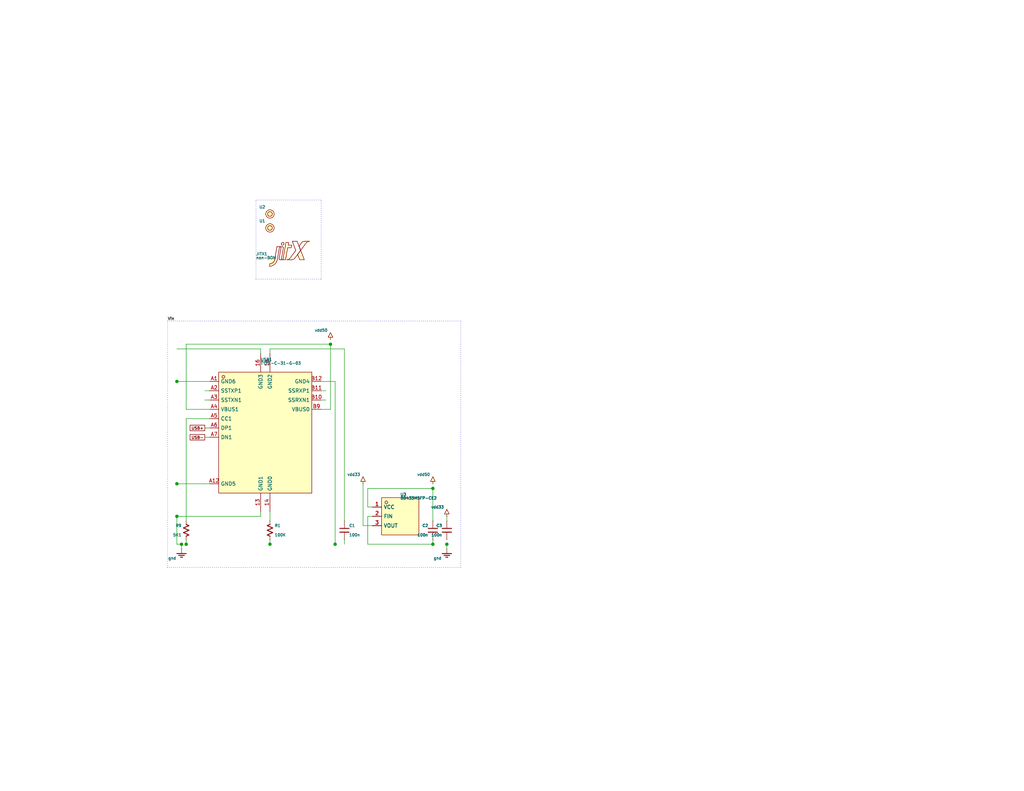
<source format=kicad_sch>
(kicad_sch (version 20230121) (generator jitx)
  (paper "A")
  (lib_symbols
    (symbol "vdd50" (power)
      (property "Reference" "#PWR" (at 35.0 60.0 0.0))
      (property "Value" "vdd50" (at -2.54 2.54 0.0))
      (symbol "vdd50_1_0"
        (pin power_in line (at 0.0 0.0 90) (length 0.0) (name "vdd50") (number "~"))
      )
    )
    (symbol "gnd" (power)
      (property "Reference" "#PWR" (at 35.0 60.0 0.0))
      (property "Value" "gnd" (at -2.54 -2.54 0.0))
      (symbol "gnd_1_0"
        (pin power_in line (at 0.0 0.0 270) (length 0.0) (name "gnd") (number "~"))
      )
    )
    (symbol "vdd33" (power)
      (property "Reference" "#PWR" (at 35.0 60.0 0.0))
      (property "Value" "vdd33" (at -2.54 2.54 0.0))
      (symbol "vdd33_1_0"
        (pin power_in line (at 0.0 0.0 90) (length 0.0) (name "vdd33") (number "~"))
      )
    )
    (symbol "test_point_sym"
      (property "Reference" "U" (at -2.54 1.905 0.0))
      (symbol "test_point_sym_1_0"
        (pin unspecified line (at 2.54 0.0 180) (length 0.0) (name "p") (number "~"))
      )
    )
    (symbol "unplated_hole_sym"
      (property "Reference" "U" (at -2.54 1.905 0.0))
    )
    (symbol "BD433M5FP_CE2"
      (property "Reference" "U" (at 0.0 5.54000508001016 0.0))
      (property "Value" "BD433M5FP_CE2" (at 0.0 4.54000508001016 0.0))
      (symbol "BD433M5FP_CE2_1_0"
        (pin unspecified line (at -7.62 2.54 0) (length 2.54000508001016) (name "VCC") (number "~"))
        (pin unspecified line (at -7.62 0.0 0) (length 2.54000508001016) (name "FIN") (number "~"))
        (pin unspecified line (at -7.62 -2.54 0) (length 2.54000508001016) (name "VOUT") (number "~"))
      )
    )
    (symbol "ALTIUM_POWER_ARROW"
      (property "Value" "ALTIUM_POWER_ARROW" (at 2.54 -0.508 0.0))
      (symbol "ALTIUM_POWER_ARROW_1_0"
        (pin unspecified line (at 0.0 0.0 0) (length 0.0) (name "0") (number "~"))
      )
    )
    (symbol "TYPE_C_31_G_03"
      (property "Reference" "U" (at 0.0 18.240030480061 0.0))
      (property "Value" "TYPE_C_31_G_03" (at 0.0 17.240030480061 0.0))
      (symbol "TYPE_C_31_G_03_1_0"
        (pin unspecified line (at 2.54 -22.86 90) (length 5.08001016002032) (name "GND0") (number "~"))
        (pin unspecified line (at 0.0 -22.86 90) (length 5.08001016002032) (name "GND1") (number "~"))
        (pin unspecified line (at 2.54 20.32 270) (length 5.08001016002032) (name "GND2") (number "~"))
        (pin unspecified line (at 0.0 20.32 270) (length 5.08001016002032) (name "GND3") (number "~"))
        (pin unspecified line (at 16.51 12.7 180) (length 2.54000508001016) (name "GND4") (number "~"))
        (pin unspecified line (at 16.51 10.16 180) (length 2.54000508001016) (name "SSRXP1") (number "~"))
        (pin unspecified line (at 16.51 7.62 180) (length 2.54000508001016) (name "SSRXN1") (number "~"))
        (pin unspecified line (at 16.51 5.08 180) (length 2.54000508001016) (name "VBUS0") (number "~"))
        (pin unspecified line (at -13.97 -15.24 0) (length 2.54000508001016) (name "GND5") (number "~"))
        (pin unspecified line (at -13.97 -2.54 0) (length 2.54000508001016) (name "DN1") (number "~"))
        (pin unspecified line (at -13.97 0.0 0) (length 2.54000508001016) (name "DP1") (number "~"))
        (pin unspecified line (at -13.97 2.54 0) (length 2.54000508001016) (name "CC1") (number "~"))
        (pin unspecified line (at -13.97 5.08 0) (length 2.54000508001016) (name "VBUS1") (number "~"))
        (pin unspecified line (at -13.97 7.62 0) (length 2.54000508001016) (name "SSTXN1") (number "~"))
        (pin unspecified line (at -13.97 10.16 0) (length 2.54000508001016) (name "SSTXP1") (number "~"))
        (pin unspecified line (at -13.97 12.7 0) (length 2.54000508001016) (name "GND6") (number "~"))
      )
    )
    (symbol "JITX_symbol"
      (property "Reference" "U" (at -2.54 3.902 0.0))
      (property "Value" "JITX_symbol" (at -2.54 2.84 0.0))
    )
    (symbol "ALTIUM_POWER_GND_POWER"
      (property "Value" "ALTIUM_POWER_GND_POWER" (at 2.54 -1.016 0.0))
      (symbol "ALTIUM_POWER_GND_POWER_1_0"
        (pin unspecified line (at 0.0 0.0 0) (length 0.0) (name "0") (number "~"))
      )
    )
    (symbol "SD_101"
      (property "Reference" "U" (at 0.0 20.7800355600711 0.0))
      (property "Value" "SD_101" (at 0.0 19.7800355600711 0.0))
      (symbol "SD_101_1_0"
        (pin unspecified line (at -16.51 17.78 0) (length 2.54000508001016) (name "CD_DAT3") (number "~"))
        (pin unspecified line (at -16.51 15.24 0) (length 2.54000508001016) (name "CMD") (number "~"))
        (pin unspecified line (at -16.51 12.7 0) (length 2.54000508001016) (name "VSS1") (number "~"))
        (pin unspecified line (at -16.51 10.16 0) (length 2.54000508001016) (name "VDD") (number "~"))
        (pin unspecified line (at -16.51 7.62 0) (length 2.54000508001016) (name "CLK") (number "~"))
        (pin unspecified line (at -16.51 5.08 0) (length 2.54000508001016) (name "VSS2") (number "~"))
        (pin unspecified line (at -16.51 2.54 0) (length 2.54000508001016) (name "DAT0") (number "~"))
        (pin unspecified line (at -16.51 0.0 0) (length 2.54000508001016) (name "DAT1") (number "~"))
        (pin unspecified line (at -16.51 -2.54 0) (length 2.54000508001016) (name "DAT2") (number "~"))
        (pin unspecified line (at -16.51 -5.08 0) (length 2.54000508001016) (name "CD") (number "~"))
        (pin unspecified line (at -16.51 -7.62 0) (length 2.54000508001016) (name "WP") (number "~"))
        (pin unspecified line (at -16.51 -10.16 0) (length 2.54000508001016) (name "SHELL0") (number "~"))
        (pin unspecified line (at -16.51 -12.7 0) (length 2.54000508001016) (name "SHELL1") (number "~"))
        (pin unspecified line (at -16.51 -15.24 0) (length 2.54000508001016) (name "SHELL2") (number "~"))
        (pin unspecified line (at -16.51 -17.78 0) (length 2.54000508001016) (name "SHELL3") (number "~"))
      )
    )
    (symbol "M24C04_WMN6TP"
      (property "Reference" "U" (at 0.0 6.81000762001524 0.0))
      (property "Value" "M24C04_WMN6TP" (at 0.0 5.81000762001524 0.0))
      (symbol "M24C04_WMN6TP_1_0"
        (pin unspecified line (at -10.16 3.81 0) (length 2.54000508001016) (name "NC") (number "~"))
        (pin unspecified line (at -10.16 1.27 0) (length 2.54000508001016) (name "E1") (number "~"))
        (pin unspecified line (at -10.16 -1.27 0) (length 2.54000508001016) (name "E2") (number "~"))
        (pin unspecified line (at -10.16 -3.81 0) (length 2.54000508001016) (name "VSS") (number "~"))
        (pin unspecified line (at 10.16 -3.81 180) (length 2.54000508001016) (name "SDA") (number "~"))
        (pin unspecified line (at 10.16 -1.27 180) (length 2.54000508001016) (name "SCL") (number "~"))
        (pin unspecified line (at 10.16 1.27 180) (length 2.54000508001016) (name "WC_NOT") (number "~"))
        (pin unspecified line (at 10.16 3.81 180) (length 2.54000508001016) (name "VCC") (number "~"))
      )
    )
    (symbol "Sym7B024000Q01"
      (property "Reference" "U" (at 0.0 5.54000508001016 0.0))
      (property "Value" "Sym7B024000Q01" (at 0.0 4.54000508001016 0.0))
      (symbol "Sym7B024000Q01_1_0"
        (pin unspecified line (at 7.62 -2.54 180) (length 2.54000508001016) (name "GND0") (number "~"))
        (pin unspecified line (at -7.62 2.54 0) (length 2.54000508001016) (name "GND1") (number "~"))
        (pin unspecified line (at 7.62 2.54 180) (length 2.54000508001016) (name "OUT") (number "~"))
        (pin unspecified line (at -7.62 -2.54 0) (length 2.54000508001016) (name "IN") (number "~"))
      )
    )
    (symbol "diode_sym"
      (property "Reference" "U" (at 2.54 1.27 0.0))
      (property "Value" "diode_sym" (at 2.54 -1.27 0.0))
      (symbol "diode_sym_1_0"
        (pin unspecified line (at 0.0 2.54 270) (length 0.0) (name "a") (number "~"))
        (pin unspecified line (at 0.0 -2.54 90) (length 0.0) (name "c") (number "~"))
      )
    )
    (symbol "supply_sym"
      (property "Value" "supply_sym" (at -2.54 2.54 0.0))
      (symbol "supply_sym_1_0"
        (pin unspecified line (at 0.0 0.0 90) (length 0.0) (name "0") (number "~"))
      )
    )
    (symbol "ground_sym"
      (property "Value" "ground_sym" (at -2.54 -2.54 0.0))
      (symbol "ground_sym_1_0"
        (pin unspecified line (at 0.0 0.0 270) (length 0.0) (name "0") (number "~"))
      )
    )
    (symbol ""
      (property "Reference" "U" (at 2.54 1.27 0.0))
      (symbol "_1_0"
        (pin unspecified line (at 0.0 2.54 270) (length 0.0) (name "1") (number "~"))
        (pin unspecified line (at 0.0 -2.54 90) (length 0.0) (name "2") (number "~"))
        (text "" (at 0.0 0.0 0) (effects (font (size 0 0))))
        (text "" (at 0.0 0.0 0) (effects (font (size 0 0))))
      )
    )
    (symbol "capacitor_sym"
      (property "Reference" "U" (at 1.27 1.27 0.0))
      (property "Value" "capacitor_sym" (at 1.27 -1.27 0.0))
      (symbol "capacitor_sym_1_0"
        (pin unspecified line (at 0.0 2.54 270) (length 0.0) (name "1") (number "~"))
        (pin unspecified line (at 0.0 -2.54 90) (length 0.0) (name "2") (number "~"))
      )
    )
    (symbol "USB2240_AEZG_06"
      (property "Reference" "U" (at 0.0 25.8600457200914 0.0))
      (property "Value" "USB2240_AEZG_06" (at 0.0 24.8600457200914 0.0))
      (symbol "USB2240_AEZG_06_1_0"
        (pin unspecified line (at -39.37 20.32 0) (length 2.54000508001016) (name "LED") (number "~"))
        (pin unspecified line (at -39.37 17.78 0) (length 2.54000508001016) (name "USB+") (number "~"))
        (pin unspecified line (at -39.37 15.24 0) (length 2.54000508001016) (name "USB-") (number "~"))
        (pin unspecified line (at -39.37 12.7 0) (length 2.54000508001016) (name "xD_D3_SD_D1_MS_D5") (number "~"))
        (pin unspecified line (at -39.37 10.16 0) (length 2.54000508001016) (name "xD_D2_SD_D0_MS_D4") (number "~"))
        (pin unspecified line (at -39.37 7.62 0) (length 2.54000508001016) (name "VDD330") (number "~"))
        (pin unspecified line (at -39.37 5.08 0) (length 2.54000508001016) (name "xD_D1_SD_D7_MS_D6") (number "~"))
        (pin unspecified line (at -39.37 2.54 0) (length 2.54000508001016) (name "xD_D0_SD_D6_MS_D7") (number "~"))
        (pin unspecified line (at -39.37 0.0 0) (length 2.54000508001016) (name "xD_nWP_SD_CLK_MS_BS") (number "~"))
        (pin unspecified line (at -39.37 -2.54 0) (length 2.54000508001016) (name "xD_ALE_SD_D5_MS_D1") (number "~"))
        (pin unspecified line (at -39.37 -5.08 0) (length 2.54000508001016) (name "xD_CLE_SD_CMD_MS_D0") (number "~"))
        (pin unspecified line (at -39.37 -7.62 0) (length 2.54000508001016) (name "xD_nWE") (number "~"))
        (pin unspecified line (at -39.37 -10.16 0) (length 2.54000508001016) (name "VDD18") (number "~"))
        (pin unspecified line (at -39.37 -12.7 0) (length 2.54000508001016) (name "VDD331") (number "~"))
        (pin unspecified line (at -39.37 -15.24 0) (length 2.54000508001016) (name "xD_nCE") (number "~"))
        (pin unspecified line (at -39.37 -17.78 0) (length 2.54000508001016) (name "xD_nRE") (number "~"))
        (pin unspecified line (at -39.37 -20.32 0) (length 2.54000508001016) (name "xD_nB_R") (number "~"))
        (pin unspecified line (at -39.37 -22.86 0) (length 2.54000508001016) (name "RESET_N") (number "~"))
        (pin unspecified line (at 39.37 -22.86 180) (length 2.54000508001016) (name "xD_nCD") (number "~"))
        (pin unspecified line (at 39.37 -20.32 180) (length 2.54000508001016) (name "xD_D7_SD_D4_MS_D2") (number "~"))
        (pin unspecified line (at 39.37 -17.78 180) (length 2.54000508001016) (name "CRD_PWR") (number "~"))
        (pin unspecified line (at 39.37 -15.24 180) (length 2.54000508001016) (name "VDD332") (number "~"))
        (pin unspecified line (at 39.37 -12.7 180) (length 2.54000508001016) (name "xD_D6_SD_D3_MS_D3") (number "~"))
        (pin unspecified line (at 39.37 -10.16 180) (length 2.54000508001016) (name "MS_INS") (number "~"))
        (pin unspecified line (at 39.37 -7.62 180) (length 2.54000508001016) (name "xD_D5_SD_D2") (number "~"))
        (pin unspecified line (at 39.37 -5.08 180) (length 2.54000508001016) (name "SD_nCD") (number "~"))
        (pin unspecified line (at 39.37 -2.54 180) (length 2.54000508001016) (name "RXD_SDA") (number "~"))
        (pin unspecified line (at 39.37 0.0 180) (length 2.54000508001016) (name "TEST") (number "~"))
        (pin unspecified line (at 39.37 2.54 180) (length 2.54000508001016) (name "NC") (number "~"))
        (pin unspecified line (at 39.37 5.08 180) (length 2.54000508001016) (name "xD_D4_SD_WP_MS_SCLK") (number "~"))
        (pin unspecified line (at 39.37 7.62 180) (length 2.54000508001016) (name "TXD_SCK_MS_SKT_SEL") (number "~"))
        (pin unspecified line (at 39.37 10.16 180) (length 2.54000508001016) (name "XTAL2") (number "~"))
        (pin unspecified line (at 39.37 12.7 180) (length 2.54000508001016) (name "XTAL1_CLKIN") (number "~"))
        (pin unspecified line (at 39.37 15.24 180) (length 2.54000508001016) (name "VDD18PLL") (number "~"))
        (pin unspecified line (at 39.37 17.78 180) (length 2.54000508001016) (name "RBIAS") (number "~"))
        (pin unspecified line (at 39.37 20.32 180) (length 2.54000508001016) (name "VDDA33") (number "~"))
        (pin unspecified line (at 39.37 22.86 180) (length 2.54000508001016) (name "GND") (number "~"))
      )
    )
    (symbol "resistor_sym"
      (property "Reference" "U" (at 1.27 1.27 0.0))
      (property "Value" "resistor_sym" (at 1.27 -1.27 0.0))
      (symbol "resistor_sym_1_0"
        (pin unspecified line (at 0.0 -2.54 90) (length 0.0) (name "1") (number "~"))
        (pin unspecified line (at 0.0 2.54 270) (length 0.0) (name "2") (number "~"))
      )
    )
    (symbol "my_capacitor"
      (property "Reference" "C" (at 1.27 1.27 0.0))
      (property "Value" "my_capacitor" (at 1.27 -1.27 0.0))
      (symbol "my_capacitor_1_0"
        (pin unspecified line (at 0.0 2.54 270) (length 0.0) (name "1") (number "1"))
        (pin unspecified line (at 0.0 -2.54 90) (length 0.0) (name "2") (number "2"))
      )
    )
    (symbol "gen_testpad"
      (property "Reference" "U" (at -2.54 1.905 0.0))
      (symbol "gen_testpad_1_0"
        (pin unspecified line (at 2.54 0.0 180) (length 0.0) (name "p") (number "tp"))
      )
    )
    (symbol "JITX"
      (property "Reference" "JITX" (at -2.54 3.902 0.0))
      (property "Value" "JITX" (at -2.54 2.84 0.0))
    )
    (symbol "my_capacitor_1"
      (property "Reference" "C" (at 1.27 1.27 0.0))
      (property "Value" "my_capacitor_1" (at 1.27 -1.27 0.0))
      (symbol "my_capacitor_1_1_0"
        (pin unspecified line (at 0.0 2.54 270) (length 0.0) (name "1") (number "1"))
        (pin unspecified line (at 0.0 -2.54 90) (length 0.0) (name "2") (number "2"))
      )
    )
    (symbol "my_capacitor_2"
      (property "Reference" "C" (at 1.27 1.27 0.0))
      (property "Value" "my_capacitor_2" (at 1.27 -1.27 0.0))
      (symbol "my_capacitor_2_1_0"
        (pin unspecified line (at 0.0 2.54 270) (length 0.0) (name "1") (number "1"))
        (pin unspecified line (at 0.0 -2.54 90) (length 0.0) (name "2") (number "2"))
      )
    )
    (symbol "C118280"
      (property "Reference" "U" (at 0.0 6.81000762001524 0.0))
      (property "Value" "C118280" (at 0.0 5.81000762001524 0.0))
      (symbol "C118280_1_0"
        (pin unspecified line (at -10.16 3.81 0) (length 2.54000508001016) (name "NC") (number "1"))
        (pin unspecified line (at -10.16 1.27 0) (length 2.54000508001016) (name "E1") (number "2"))
        (pin unspecified line (at -10.16 -1.27 0) (length 2.54000508001016) (name "E2") (number "3"))
        (pin unspecified line (at -10.16 -3.81 0) (length 2.54000508001016) (name "VSS") (number "4"))
        (pin unspecified line (at 10.16 -3.81 180) (length 2.54000508001016) (name "SDA") (number "5"))
        (pin unspecified line (at 10.16 -1.27 180) (length 2.54000508001016) (name "SCL") (number "6"))
        (pin unspecified line (at 10.16 1.27 180) (length 2.54000508001016) (name "WC_NOT") (number "7"))
        (pin unspecified line (at 10.16 3.81 180) (length 2.54000508001016) (name "VCC") (number "8"))
      )
    )
    (symbol "my_capacitor_3"
      (property "Reference" "C" (at 1.27 1.27 0.0))
      (property "Value" "my_capacitor_3" (at 1.27 -1.27 0.0))
      (symbol "my_capacitor_3_1_0"
        (pin unspecified line (at 0.0 2.54 270) (length 0.0) (name "1") (number "1"))
        (pin unspecified line (at 0.0 -2.54 90) (length 0.0) (name "2") (number "2"))
      )
    )
    (symbol "C442601"
      (property "Reference" "U" (at 0.0 5.54000508001016 0.0))
      (property "Value" "C442601" (at 0.0 4.54000508001016 0.0))
      (symbol "C442601_1_0"
        (pin unspecified line (at -7.62 2.54 0) (length 2.54000508001016) (name "VCC") (number "1"))
        (pin unspecified line (at -7.62 0.0 0) (length 2.54000508001016) (name "FIN") (number "2"))
        (pin unspecified line (at -7.62 -2.54 0) (length 2.54000508001016) (name "VOUT") (number "3"))
      )
    )
    (symbol "my_resistor"
      (property "Reference" "R" (at 1.27 1.27 0.0))
      (property "Value" "my_resistor" (at 1.27 -1.27 0.0))
      (symbol "my_resistor_1_0"
        (pin unspecified line (at 0.0 -2.54 90) (length 0.0) (name "1") (number "1"))
        (pin unspecified line (at 0.0 2.54 270) (length 0.0) (name "2") (number "2"))
      )
    )
    (symbol "LED_maker_ROYGBIV"
      (property "Reference" "LED" (at 2.54 1.27 0.0))
      (property "Value" "LED_maker_ROYGBIV" (at 2.54 -1.27 0.0))
      (symbol "LED_maker_ROYGBIV_1_0"
        (pin unspecified line (at 0.0 2.54 270) (length 0.0) (name "a") (number "1"))
        (pin unspecified line (at 0.0 -2.54 90) (length 0.0) (name "c") (number "2"))
      )
    )
    (symbol "my_capacitor_4"
      (property "Reference" "C" (at 1.27 1.27 0.0))
      (property "Value" "my_capacitor_4" (at 1.27 -1.27 0.0))
      (symbol "my_capacitor_4_1_0"
        (pin unspecified line (at 0.0 2.54 270) (length 0.0) (name "1") (number "1"))
        (pin unspecified line (at 0.0 -2.54 90) (length 0.0) (name "2") (number "2"))
      )
    )
    (symbol "my_resistor_1"
      (property "Reference" "R" (at 1.27 1.27 0.0))
      (property "Value" "my_resistor_1" (at 1.27 -1.27 0.0))
      (symbol "my_resistor_1_1_0"
        (pin unspecified line (at 0.0 -2.54 90) (length 0.0) (name "1") (number "1"))
        (pin unspecified line (at 0.0 2.54 270) (length 0.0) (name "2") (number "2"))
      )
    )
    (symbol "my_capacitor_5"
      (property "Reference" "C" (at 1.27 1.27 0.0))
      (property "Value" "my_capacitor_5" (at 1.27 -1.27 0.0))
      (symbol "my_capacitor_5_1_0"
        (pin unspecified line (at 0.0 2.54 270) (length 0.0) (name "1") (number "1"))
        (pin unspecified line (at 0.0 -2.54 90) (length 0.0) (name "2") (number "2"))
      )
    )
    (symbol "C654991"
      (property "Reference" "X" (at 0.0 5.54000508001016 0.0))
      (property "Value" "C654991" (at 0.0 4.54000508001016 0.0))
      (symbol "C654991_1_0"
        (pin unspecified line (at 7.62 -2.54 180) (length 2.54000508001016) (name "GND0") (number "2"))
        (pin unspecified line (at -7.62 2.54 0) (length 2.54000508001016) (name "GND1") (number "4"))
        (pin unspecified line (at 7.62 2.54 180) (length 2.54000508001016) (name "OUT") (number "3"))
        (pin unspecified line (at -7.62 -2.54 0) (length 2.54000508001016) (name "IN") (number "1"))
      )
    )
    (symbol "C840338"
      (property "Reference" "USB" (at 0.0 18.240030480061 0.0))
      (property "Value" "C840338" (at 0.0 17.240030480061 0.0))
      (symbol "C840338_1_0"
        (pin unspecified line (at 2.54 -22.86 90) (length 5.08001016002032) (name "GND0") (number "14"))
        (pin unspecified line (at 0.0 -22.86 90) (length 5.08001016002032) (name "GND1") (number "13"))
        (pin unspecified line (at 2.54 20.32 270) (length 5.08001016002032) (name "GND2") (number "15"))
        (pin unspecified line (at 0.0 20.32 270) (length 5.08001016002032) (name "GND3") (number "16"))
        (pin unspecified line (at 16.51 12.7 180) (length 2.54000508001016) (name "GND4") (number "B12"))
        (pin unspecified line (at 16.51 10.16 180) (length 2.54000508001016) (name "SSRXP1") (number "B11"))
        (pin unspecified line (at 16.51 7.62 180) (length 2.54000508001016) (name "SSRXN1") (number "B10"))
        (pin unspecified line (at 16.51 5.08 180) (length 2.54000508001016) (name "VBUS0") (number "B9"))
        (pin unspecified line (at -13.97 -15.24 0) (length 2.54000508001016) (name "GND5") (number "A12"))
        (pin unspecified line (at -13.97 -2.54 0) (length 2.54000508001016) (name "DN1") (number "A7"))
        (pin unspecified line (at -13.97 0.0 0) (length 2.54000508001016) (name "DP1") (number "A6"))
        (pin unspecified line (at -13.97 2.54 0) (length 2.54000508001016) (name "CC1") (number "A5"))
        (pin unspecified line (at -13.97 5.08 0) (length 2.54000508001016) (name "VBUS1") (number "A4"))
        (pin unspecified line (at -13.97 7.62 0) (length 2.54000508001016) (name "SSTXN1") (number "A3"))
        (pin unspecified line (at -13.97 10.16 0) (length 2.54000508001016) (name "SSTXP1") (number "A2"))
        (pin unspecified line (at -13.97 12.7 0) (length 2.54000508001016) (name "GND6") (number "A1"))
      )
    )
    (symbol "my_capacitor_6"
      (property "Reference" "C" (at 1.27 1.27 0.0))
      (property "Value" "my_capacitor_6" (at 1.27 -1.27 0.0))
      (symbol "my_capacitor_6_1_0"
        (pin unspecified line (at 0.0 2.54 270) (length 0.0) (name "1") (number "1"))
        (pin unspecified line (at 0.0 -2.54 90) (length 0.0) (name "2") (number "2"))
      )
    )
    (symbol "C266601"
      (property "Reference" "Card" (at 0.0 20.7800355600711 0.0))
      (property "Value" "C266601" (at 0.0 19.7800355600711 0.0))
      (symbol "C266601_1_0"
        (pin unspecified line (at -16.51 17.78 0) (length 2.54000508001016) (name "CD_DAT3") (number "1"))
        (pin unspecified line (at -16.51 15.24 0) (length 2.54000508001016) (name "CMD") (number "2"))
        (pin unspecified line (at -16.51 12.7 0) (length 2.54000508001016) (name "VSS1") (number "3"))
        (pin unspecified line (at -16.51 10.16 0) (length 2.54000508001016) (name "VDD") (number "4"))
        (pin unspecified line (at -16.51 7.62 0) (length 2.54000508001016) (name "CLK") (number "5"))
        (pin unspecified line (at -16.51 5.08 0) (length 2.54000508001016) (name "VSS2") (number "6"))
        (pin unspecified line (at -16.51 2.54 0) (length 2.54000508001016) (name "DAT0") (number "7"))
        (pin unspecified line (at -16.51 0.0 0) (length 2.54000508001016) (name "DAT1") (number "8"))
        (pin unspecified line (at -16.51 -2.54 0) (length 2.54000508001016) (name "DAT2") (number "9"))
        (pin unspecified line (at -16.51 -5.08 0) (length 2.54000508001016) (name "CD") (number "10"))
        (pin unspecified line (at -16.51 -7.62 0) (length 2.54000508001016) (name "WP") (number "11"))
        (pin unspecified line (at -16.51 -10.16 0) (length 2.54000508001016) (name "SHELL0") (number "12"))
        (pin unspecified line (at -16.51 -12.7 0) (length 2.54000508001016) (name "SHELL1") (number "13"))
        (pin unspecified line (at -16.51 -15.24 0) (length 2.54000508001016) (name "SHELL2") (number "14"))
        (pin unspecified line (at -16.51 -17.78 0) (length 2.54000508001016) (name "SHELL3") (number "15"))
      )
    )
    (symbol "my_resistor_2"
      (property "Reference" "R" (at 1.27 1.27 0.0))
      (property "Value" "my_resistor_2" (at 1.27 -1.27 0.0))
      (symbol "my_resistor_2_1_0"
        (pin unspecified line (at 0.0 -2.54 90) (length 0.0) (name "1") (number "1"))
        (pin unspecified line (at 0.0 2.54 270) (length 0.0) (name "2") (number "2"))
      )
    )
    (symbol "C174142"
      (property "Reference" "R" (at 2.54 1.27 0.0))
      (property "Value" "C174142" (at 2.54 -1.27 0.0))
      (symbol "C174142_1_0"
        (pin unspecified line (at 0.0 2.54 270) (length 0.0) (name "1") (number "1"))
        (pin unspecified line (at 0.0 -2.54 90) (length 0.0) (name "2") (number "2"))
        (text "" (at 0.0 0.0 0) (effects (font (size 0 0))))
        (text "" (at 0.0 0.0 0) (effects (font (size 0 0))))
      )
    )
    (symbol "my_resistor_3"
      (property "Reference" "R" (at 1.27 1.27 0.0))
      (property "Value" "my_resistor_3" (at 1.27 -1.27 0.0))
      (symbol "my_resistor_3_1_0"
        (pin unspecified line (at 0.0 -2.54 90) (length 0.0) (name "1") (number "1"))
        (pin unspecified line (at 0.0 2.54 270) (length 0.0) (name "2") (number "2"))
      )
    )
    (symbol "my_capacitor_7"
      (property "Reference" "C" (at 1.27 1.27 0.0))
      (property "Value" "my_capacitor_7" (at 1.27 -1.27 0.0))
      (symbol "my_capacitor_7_1_0"
        (pin unspecified line (at 0.0 2.54 270) (length 0.0) (name "1") (number "1"))
        (pin unspecified line (at 0.0 -2.54 90) (length 0.0) (name "2") (number "2"))
      )
    )
    (symbol "my_capacitor_8"
      (property "Reference" "C" (at 1.27 1.27 0.0))
      (property "Value" "my_capacitor_8" (at 1.27 -1.27 0.0))
      (symbol "my_capacitor_8_1_0"
        (pin unspecified line (at 0.0 2.54 270) (length 0.0) (name "1") (number "1"))
        (pin unspecified line (at 0.0 -2.54 90) (length 0.0) (name "2") (number "2"))
      )
    )
    (symbol "my_resistor_4"
      (property "Reference" "R" (at 1.27 1.27 0.0))
      (property "Value" "my_resistor_4" (at 1.27 -1.27 0.0))
      (symbol "my_resistor_4_1_0"
        (pin unspecified line (at 0.0 -2.54 90) (length 0.0) (name "1") (number "1"))
        (pin unspecified line (at 0.0 2.54 270) (length 0.0) (name "2") (number "2"))
      )
    )
    (symbol "my_resistor_5"
      (property "Reference" "R" (at 1.27 1.27 0.0))
      (property "Value" "my_resistor_5" (at 1.27 -1.27 0.0))
      (symbol "my_resistor_5_1_0"
        (pin unspecified line (at 0.0 -2.54 90) (length 0.0) (name "1") (number "1"))
        (pin unspecified line (at 0.0 2.54 270) (length 0.0) (name "2") (number "2"))
      )
    )
    (symbol "C633328"
      (property "Reference" "U" (at 0.0 25.8600457200914 0.0))
      (property "Value" "C633328" (at 0.0 24.8600457200914 0.0))
      (symbol "C633328_1_0"
        (pin unspecified line (at -39.37 20.32 0) (length 2.54000508001016) (name "LED") (number "1"))
        (pin unspecified line (at -39.37 17.78 0) (length 2.54000508001016) (name "USB+") (number "2"))
        (pin unspecified line (at -39.37 15.24 0) (length 2.54000508001016) (name "USB-") (number "3"))
        (pin unspecified line (at -39.37 12.7 0) (length 2.54000508001016) (name "xD_D3_SD_D1_MS_D5") (number "4"))
        (pin unspecified line (at -39.37 10.16 0) (length 2.54000508001016) (name "xD_D2_SD_D0_MS_D4") (number "5"))
        (pin unspecified line (at -39.37 7.62 0) (length 2.54000508001016) (name "VDD330") (number "6"))
        (pin unspecified line (at -39.37 5.08 0) (length 2.54000508001016) (name "xD_D1_SD_D7_MS_D6") (number "7"))
        (pin unspecified line (at -39.37 2.54 0) (length 2.54000508001016) (name "xD_D0_SD_D6_MS_D7") (number "8"))
        (pin unspecified line (at -39.37 0.0 0) (length 2.54000508001016) (name "xD_nWP_SD_CLK_MS_BS") (number "9"))
        (pin unspecified line (at -39.37 -2.54 0) (length 2.54000508001016) (name "xD_ALE_SD_D5_MS_D1") (number "10"))
        (pin unspecified line (at -39.37 -5.08 0) (length 2.54000508001016) (name "xD_CLE_SD_CMD_MS_D0") (number "11"))
        (pin unspecified line (at -39.37 -7.62 0) (length 2.54000508001016) (name "xD_nWE") (number "12"))
        (pin unspecified line (at -39.37 -10.16 0) (length 2.54000508001016) (name "VDD18") (number "13"))
        (pin unspecified line (at -39.37 -12.7 0) (length 2.54000508001016) (name "VDD331") (number "14"))
        (pin unspecified line (at -39.37 -15.24 0) (length 2.54000508001016) (name "xD_nCE") (number "15"))
        (pin unspecified line (at -39.37 -17.78 0) (length 2.54000508001016) (name "xD_nRE") (number "16"))
        (pin unspecified line (at -39.37 -20.32 0) (length 2.54000508001016) (name "xD_nB_R") (number "17"))
        (pin unspecified line (at -39.37 -22.86 0) (length 2.54000508001016) (name "RESET_N") (number "18"))
        (pin unspecified line (at 39.37 -22.86 180) (length 2.54000508001016) (name "xD_nCD") (number "19"))
        (pin unspecified line (at 39.37 -20.32 180) (length 2.54000508001016) (name "xD_D7_SD_D4_MS_D2") (number "20"))
        (pin unspecified line (at 39.37 -17.78 180) (length 2.54000508001016) (name "CRD_PWR") (number "21"))
        (pin unspecified line (at 39.37 -15.24 180) (length 2.54000508001016) (name "VDD332") (number "22"))
        (pin unspecified line (at 39.37 -12.7 180) (length 2.54000508001016) (name "xD_D6_SD_D3_MS_D3") (number "23"))
        (pin unspecified line (at 39.37 -10.16 180) (length 2.54000508001016) (name "MS_INS") (number "24"))
        (pin unspecified line (at 39.37 -7.62 180) (length 2.54000508001016) (name "xD_D5_SD_D2") (number "25"))
        (pin unspecified line (at 39.37 -5.08 180) (length 2.54000508001016) (name "SD_nCD") (number "26"))
        (pin unspecified line (at 39.37 -2.54 180) (length 2.54000508001016) (name "RXD_SDA") (number "27"))
        (pin unspecified line (at 39.37 0.0 180) (length 2.54000508001016) (name "TEST") (number "28"))
        (pin unspecified line (at 39.37 2.54 180) (length 2.54000508001016) (name "NC") (number "29"))
        (pin unspecified line (at 39.37 5.08 180) (length 2.54000508001016) (name "xD_D4_SD_WP_MS_SCLK") (number "30"))
        (pin unspecified line (at 39.37 7.62 180) (length 2.54000508001016) (name "TXD_SCK_MS_SKT_SEL") (number "31"))
        (pin unspecified line (at 39.37 10.16 180) (length 2.54000508001016) (name "XTAL2") (number "32"))
        (pin unspecified line (at 39.37 12.7 180) (length 2.54000508001016) (name "XTAL1_CLKIN") (number "33"))
        (pin unspecified line (at 39.37 15.24 180) (length 2.54000508001016) (name "VDD18PLL") (number "34"))
        (pin unspecified line (at 39.37 17.78 180) (length 2.54000508001016) (name "RBIAS") (number "35"))
        (pin unspecified line (at 39.37 20.32 180) (length 2.54000508001016) (name "VDDA33") (number "36"))
        (pin unspecified line (at 39.37 22.86 180) (length 2.54000508001016) (name "GND") (number "37"))
      )
    )
    (symbol "my_capacitor_9"
      (property "Reference" "C" (at 1.27 1.27 0.0))
      (property "Value" "my_capacitor_9" (at 1.27 -1.27 0.0))
      (symbol "my_capacitor_9_1_0"
        (pin unspecified line (at 0.0 2.54 270) (length 0.0) (name "1") (number "1"))
        (pin unspecified line (at 0.0 -2.54 90) (length 0.0) (name "2") (number "2"))
      )
    )
    (symbol "my_resistor_6"
      (property "Reference" "R" (at 1.27 1.27 0.0))
      (property "Value" "my_resistor_6" (at 1.27 -1.27 0.0))
      (symbol "my_resistor_6_1_0"
        (pin unspecified line (at 0.0 -2.54 90) (length 0.0) (name "1") (number "1"))
        (pin unspecified line (at 0.0 2.54 270) (length 0.0) (name "2") (number "2"))
      )
    )
    (symbol "my_resistor_7"
      (property "Reference" "R" (at 1.27 1.27 0.0))
      (property "Value" "my_resistor_7" (at 1.27 -1.27 0.0))
      (symbol "my_resistor_7_1_0"
        (pin unspecified line (at 0.0 -2.54 90) (length 0.0) (name "1") (number "1"))
        (pin unspecified line (at 0.0 2.54 270) (length 0.0) (name "2") (number "2"))
      )
    )
    (symbol "Generic_Mounting_Hole"
      (property "Reference" "U" (at -2.54 1.905 0.0))
    )
    (symbol "my_capacitor_10"
      (property "Reference" "C" (at 1.27 1.27 0.0))
      (property "Value" "my_capacitor_10" (at 1.27 -1.27 0.0))
      (symbol "my_capacitor_10_1_0"
        (pin unspecified line (at 0.0 2.54 270) (length 0.0) (name "1") (number "1"))
        (pin unspecified line (at 0.0 -2.54 90) (length 0.0) (name "2") (number "2"))
      )
    )
    (symbol "my_capacitor_11"
      (property "Reference" "C" (at 1.27 1.27 0.0))
      (property "Value" "my_capacitor_11" (at 1.27 -1.27 0.0))
      (symbol "my_capacitor_11_1_0"
        (pin unspecified line (at 0.0 2.54 270) (length 0.0) (name "1") (number "1"))
        (pin unspecified line (at 0.0 -2.54 90) (length 0.0) (name "2") (number "2"))
      )
    )
    (symbol "my_capacitor_12"
      (property "Reference" "C" (at 1.27 1.27 0.0))
      (property "Value" "my_capacitor_12" (at 1.27 -1.27 0.0))
      (symbol "my_capacitor_12_1_0"
        (pin unspecified line (at 0.0 2.54 270) (length 0.0) (name "1") (number "1"))
        (pin unspecified line (at 0.0 -2.54 90) (length 0.0) (name "2") (number "2"))
      )
    )
  )
  (wire (pts (xy 87.63 104.14) (xy 88.9 104.14)) (stroke (width 0.127)))
  (wire (pts (xy 87.63 106.68) (xy 88.9 106.68)) (stroke (width 0.127)))
  (wire (pts (xy 87.63 109.22) (xy 88.9 109.22)) (stroke (width 0.127)))
  (wire (pts (xy 87.63 111.76) (xy 88.9 111.76)) (stroke (width 0.127)))
  (wire (pts (xy 57.15 132.08) (xy 55.88 132.08)) (stroke (width 0.127)))
  (wire (pts (xy 57.15 119.38) (xy 55.88 119.38)) (stroke (width 0.127)))
  (wire (pts (xy 57.15 116.84) (xy 55.88 116.84)) (stroke (width 0.127)))
  (wire (pts (xy 57.15 114.3) (xy 55.88 114.3)) (stroke (width 0.127)))
  (wire (pts (xy 57.15 111.76) (xy 55.88 111.76)) (stroke (width 0.127)))
  (wire (pts (xy 57.15 109.22) (xy 55.88 109.22)) (stroke (width 0.127)))
  (wire (pts (xy 57.15 106.68) (xy 55.88 106.68)) (stroke (width 0.127)))
  (wire (pts (xy 57.15 104.14) (xy 55.88 104.14)) (stroke (width 0.127)))
  (wire (pts (xy 73.66 95.25) (xy 93.98 95.25)) (stroke (width 0.127)))
  (wire (pts (xy 73.66 96.52) (xy 73.66 95.25)) (stroke (width 0.127)))
  (wire (pts (xy 93.98 142.24) (xy 93.98 95.25)) (stroke (width 0.127)))
  (wire (pts (xy 73.66 142.24) (xy 73.66 139.7)) (stroke (width 0.127)))
  (wire (pts (xy 50.8 93.98) (xy 90.17 93.98)) (stroke (width 0.127)))
  (wire (pts (xy 88.9 111.76) (xy 90.17 111.76)) (stroke (width 0.127)))
  (wire (pts (xy 50.8 111.76) (xy 55.88 111.76)) (stroke (width 0.127)))
  (wire (pts (xy 50.8 111.76) (xy 50.8 93.98)) (stroke (width 0.127)))
  (wire (pts (xy 90.17 111.76) (xy 90.17 92.71)) (stroke (width 0.127)))
  (wire (pts (xy 50.8 114.3) (xy 55.88 114.3)) (stroke (width 0.127)))
  (wire (pts (xy 50.8 142.24) (xy 50.8 114.3)) (stroke (width 0.127)))
  (wire (pts (xy 48.26 95.25) (xy 71.12 95.25)) (stroke (width 0.127)))
  (wire (pts (xy 48.26 148.59) (xy 93.98 148.59)) (stroke (width 0.127)))
  (wire (pts (xy 88.9 104.14) (xy 91.44 104.14)) (stroke (width 0.127)))
  (wire (pts (xy 48.26 104.14) (xy 55.88 104.14)) (stroke (width 0.127)))
  (wire (pts (xy 48.26 132.08) (xy 55.88 132.08)) (stroke (width 0.127)))
  (wire (pts (xy 48.26 140.97) (xy 71.12 140.97)) (stroke (width 0.127)))
  (wire (pts (xy 48.26 148.59) (xy 48.26 95.25)) (stroke (width 0.127)))
  (wire (pts (xy 93.98 148.59) (xy 93.98 147.32)) (stroke (width 0.127)))
  (wire (pts (xy 91.44 148.59) (xy 91.44 104.14)) (stroke (width 0.127)))
  (wire (pts (xy 71.12 96.52) (xy 71.12 95.25)) (stroke (width 0.127)))
  (wire (pts (xy 71.12 140.97) (xy 71.12 139.7)) (stroke (width 0.127)))
  (wire (pts (xy 73.66 148.59) (xy 73.66 147.32)) (stroke (width 0.127)))
  (wire (pts (xy 49.53 149.86) (xy 49.53 148.59)) (stroke (width 0.127)))
  (wire (pts (xy 50.8 148.59) (xy 50.8 147.32)) (stroke (width 0.127)))
  (wire (pts (xy 100.33 133.35) (xy 118.11 133.35)) (stroke (width 0.127)))
  (wire (pts (xy 100.33 138.43) (xy 101.6 138.43)) (stroke (width 0.127)))
  (wire (pts (xy 118.11 142.24) (xy 118.11 132.08)) (stroke (width 0.127)))
  (wire (pts (xy 100.33 138.43) (xy 100.33 133.35)) (stroke (width 0.127)))
  (wire (pts (xy 121.92 142.24) (xy 121.92 140.97)) (stroke (width 0.127)))
  (wire (pts (xy 99.06 143.51) (xy 101.6 143.51)) (stroke (width 0.127)))
  (wire (pts (xy 99.06 143.51) (xy 99.06 132.08)) (stroke (width 0.127)))
  (wire (pts (xy 100.33 140.97) (xy 101.6 140.97)) (stroke (width 0.127)))
  (wire (pts (xy 100.33 148.59) (xy 121.92 148.59)) (stroke (width 0.127)))
  (wire (pts (xy 118.11 148.59) (xy 118.11 147.32)) (stroke (width 0.127)))
  (wire (pts (xy 121.92 149.86) (xy 121.92 147.32)) (stroke (width 0.127)))
  (wire (pts (xy 100.33 148.59) (xy 100.33 140.97)) (stroke (width 0.127)))
  (polyline (pts (xy 45.72 87.63) (xy 125.73 87.63)) (stroke (width 0.127) (type dot)))
  (polyline (pts (xy 45.72 154.94) (xy 125.73 154.94)) (stroke (width 0.127) (type dot)))
  (polyline (pts (xy 45.72 154.94) (xy 45.72 87.63)) (stroke (width 0.127) (type dot)))
  (polyline (pts (xy 125.73 154.94) (xy 125.73 87.63)) (stroke (width 0.127) (type dot)))
  (polyline (pts (xy 69.85 54.61) (xy 87.63 54.61)) (stroke (width 0.127) (type dot)))
  (polyline (pts (xy 69.85 76.2) (xy 87.63 76.2)) (stroke (width 0.127) (type dot)))
  (polyline (pts (xy 69.85 76.2) (xy 69.85 54.61)) (stroke (width 0.127) (type dot)))
  (polyline (pts (xy 87.63 76.2) (xy 87.63 54.61)) (stroke (width 0.127) (type dot)))
  (junction (at 90.17 93.98) (diameter 0.762))
  (junction (at 91.44 148.59) (diameter 0.762))
  (junction (at 73.66 148.59) (diameter 0.762))
  (junction (at 49.53 148.59) (diameter 0.762))
  (junction (at 50.8 148.59) (diameter 0.762))
  (junction (at 48.26 104.14) (diameter 0.762))
  (junction (at 48.26 132.08) (diameter 0.762))
  (junction (at 48.26 140.97) (diameter 0.762))
  (junction (at 118.11 133.35) (diameter 0.762))
  (junction (at 118.11 148.59) (diameter 0.762))
  (junction (at 121.92 148.59) (diameter 0.762))
  (global_label "USB-" (shape passive) (at 55.88 119.38 180) (effects (font (size 0.762 0.762))))
  (global_label "USB+" (shape passive) (at 55.88 116.84 180) (effects (font (size 0.762 0.762))))
  (label "Vin" (at 45.72 87.63 0) (effects (font (size 0.762 0.762))))
  (symbol (lib_id "Generic_Mounting_Hole") (at 74.93 62.23 0.0) (unit 1)
    (property "Reference" "U1" (at 72.39 60.325 0.0) (effects (font (size 0.762 0.762)) (justify right)))
    (property "Footprint" "jitx-design:NPTH" (effects hide))
    (property "Name" "hole" (effects hide))
    (property "Description" "2.3mm mounting hole" (effects hide))
  )
  (symbol (lib_id "my_resistor_5") (at 50.8 144.78 180.0) (unit 1)
    (property "Reference" "R9" (at 49.53 143.51 0.0) (effects (font (size 0.762 0.762)) (justify left)))
    (property "Value" "5K1" (at 49.53 146.05 0.0) (effects (font (size 0.762 0.762)) (justify left)))
    (property "Footprint" "jitx-design:Pkg0402" (effects hide))
    (property "Datasheet" "https://industrial.panasonic.com/cdbs/www-data/pdf/RDM0000/AOA0000C307.pdf" (effects hide))
    (property "Name" "usb_rid" (effects hide))
    (property "Description" "RES SMD 5.1K OHM 0.5% 1/16W 0402" (effects hide))
    (property "Manufacturer" "Panasonic Electronic Components" (effects hide))
    (property "MPN" "ERA-2AED512X" (effects hide))
    (property "Reference-prefix" "R" (effects hide))
  )
  (symbol (lib_id "Generic_Mounting_Hole") (at 74.93 58.42 0.0) (unit 1)
    (property "Reference" "U2" (at 72.39 56.515 0.0) (effects (font (size 0.762 0.762)) (justify right)))
    (property "Footprint" "jitx-design:NPTH" (effects hide))
    (property "Name" "hole" (effects hide))
    (property "Description" "2.3mm mounting hole" (effects hide))
  )
  (symbol (lib_id "JITX") (at 72.39 73.66 0.0) (unit 1)
    (property "Reference" "JITX1" (at 69.85 69.758 0.0) (effects (font (size 0.762 0.762)) (justify left bottom)))
    (property "Value" "non-BOM" (at 69.85 70.82 0.0) (effects (font (size 0.762 0.762)) (justify left bottom)))
    (property "Footprint" "jitx-design:JITX_SM_LP" (effects hide))
    (property "Name" "logo" (effects hide))
    (property "Description" "JITX Logo" (effects hide))
    (property "Manufacturer" "non-BOM" (effects hide))
    (property "MPN" "non-BOM" (effects hide))
    (property "Reference-prefix" "JITX" (effects hide))
  )
  (symbol (lib_id "my_capacitor_1") (at 121.92 144.78 180.0) (unit 1)
    (property "Reference" "C3" (at 120.65 143.51 0.0) (effects (font (size 0.762 0.762)) (justify left)))
    (property "Value" "100n" (at 120.65 146.05 0.0) (effects (font (size 0.762 0.762)) (justify left)))
    (property "Footprint" "jitx-design:Pkg0402_4" (effects hide))
    (property "Datasheet" "//media.digikey.com/pdf/Data%20Sheets/Samsung%20PDFs/CL05A104KA5NNNC.pdf" (effects hide))
    (property "Name" "reg_cap" (effects hide))
    (property "Manufacturer" "Samsung Electro-Mechanics" (effects hide))
    (property "MPN" "CL05A104KA5NNNC" (effects hide))
    (property "Reference-prefix" "C" (effects hide))
    (property "LCSC" "C100072" (effects hide))
  )
  (symbol (lib_id "my_capacitor_5") (at 93.98 144.78 0.0) (unit 1)
    (property "Reference" "C1" (at 95.25 143.51 0.0) (effects (font (size 0.762 0.762)) (justify left)))
    (property "Value" "100n" (at 95.25 146.05 0.0) (effects (font (size 0.762 0.762)) (justify left)))
    (property "Footprint" "jitx-design:Pkg0402_4" (effects hide))
    (property "Datasheet" "//media.digikey.com/pdf/Data%20Sheets/Samsung%20PDFs/CL05A104KA5NNNC.pdf" (effects hide))
    (property "Name" "usb_cap" (effects hide))
    (property "Manufacturer" "Samsung Electro-Mechanics" (effects hide))
    (property "MPN" "CL05A104KA5NNNC" (effects hide))
    (property "Reference-prefix" "C" (effects hide))
    (property "LCSC" "C100072" (effects hide))
  )
  (symbol (lib_id "C840338") (at 71.12 116.84 0.0) (unit 1)
    (property "Reference" "USB1" (at 71.12 98.599969519939 0.0) (effects (font (size 0.762 0.762)) (justify left bottom)))
    (property "Value" "TYPE-C-31-G-03" (at 71.12 99.599969519939 0.0) (effects (font (size 0.762 0.762)) (justify left bottom)))
    (property "Footprint" "jitx-design:USB_C_SMD_TYPE_C_31_G_03" (effects hide))
    (property "Datasheet" "https://datasheet.lcsc.com/lcsc/2108131930_Korean-Hroparts-Elec-TYPE-C-31-G-03_C840338.pdf" (effects hide))
    (property "Name" "usb_conn" (effects hide))
    (property "Description" "1 Surface Mount Male Type-C SMD  USB Connectors ROHS" (effects hide))
    (property "Manufacturer" "Korean Hroparts Elec" (effects hide))
    (property "MPN" "TYPE-C-31-G-03" (effects hide))
    (property "Reference-prefix" "USB" (effects hide))
    (property "LCSC" "C840338" (effects hide))
  )
  (symbol (lib_id "my_capacitor_10") (at 118.11 144.78 180.0) (unit 1)
    (property "Reference" "C2" (at 116.84 143.51 0.0) (effects (font (size 0.762 0.762)) (justify left)))
    (property "Value" "100n" (at 116.84 146.05 0.0) (effects (font (size 0.762 0.762)) (justify left)))
    (property "Footprint" "jitx-design:Pkg0402_4" (effects hide))
    (property "Datasheet" "//media.digikey.com/pdf/Data%20Sheets/Samsung%20PDFs/CL05A104KA5NNNC.pdf" (effects hide))
    (property "Name" "reg_cap" (effects hide))
    (property "Manufacturer" "Samsung Electro-Mechanics" (effects hide))
    (property "MPN" "CL05A104KA5NNNC" (effects hide))
    (property "Reference-prefix" "C" (effects hide))
    (property "LCSC" "C100072" (effects hide))
  )
  (symbol (lib_id "my_resistor_7") (at 73.66 144.78 0.0) (unit 1)
    (property "Reference" "R1" (at 74.93 143.51 0.0) (effects (font (size 0.762 0.762)) (justify left)))
    (property "Value" "100K" (at 74.93 146.05 0.0) (effects (font (size 0.762 0.762)) (justify left)))
    (property "Footprint" "jitx-design:Pkg0402" (effects hide))
    (property "Datasheet" "https://www.yageo.com/upload/media/product/productsearch/datasheet/rchip/PYu-RC_Group_51_RoHS_L_11.pdf" (effects hide))
    (property "Name" "usb_rid" (effects hide))
    (property "Description" "RES SMD 100K OHM 0.5% 1/16W 0402" (effects hide))
    (property "Manufacturer" "YAGEO" (effects hide))
    (property "MPN" "RC0402DR-07100KL" (effects hide))
    (property "Reference-prefix" "R" (effects hide))
    (property "LCSC" "C138080" (effects hide))
  )
  (symbol (lib_id "C442601") (at 109.22 140.97 0.0) (unit 1)
    (property "Reference" "U3" (at 109.22 135.42999491999 0.0) (effects (font (size 0.762 0.762)) (justify left bottom)))
    (property "Value" "BD433M5FP-CE2" (at 109.22 136.42999491999 0.0) (effects (font (size 0.762 0.762)) (justify left bottom)))
    (property "Footprint" "jitx-design:TO_252_3_L6_5_W5_8_P4_58_BR" (effects hide))
    (property "Name" "reg_reg" (effects hide))
    (property "Description" "500mA 60dB@(120Hz) 750mV@(300mA) Fixed 3.3V~3.3V Positive 1 42V TO-252-3  Linear Voltage Regulators (LDO) ROHS" (effects hide))
    (property "Manufacturer" "ROHM Semicon" (effects hide))
    (property "MPN" "BD433M5FP-CE2" (effects hide))
    (property "Reference-prefix" "U" (effects hide))
    (property "LCSC" "C442601" (effects hide))
  )
  (symbol (lib_id "vdd50") (at 90.17 92.71 0.0) (unit 1)
    (property "Reference" "#PWR?" (effects hide))
    (property "Value" "vdd50" (at 87.63 90.17 0.0) (effects (font (size 0.762 0.762))))
  )
  (symbol (lib_id "gnd") (at 49.53 149.86 0.0) (unit 1)
    (property "Reference" "#PWR?" (effects hide))
    (property "Value" "gnd" (at 46.99 152.4 0.0) (effects (font (size 0.762 0.762))))
  )
  (symbol (lib_id "vdd50") (at 118.11 132.08 0.0) (unit 1)
    (property "Reference" "#PWR?" (effects hide))
    (property "Value" "vdd50" (at 115.57 129.54 0.0) (effects (font (size 0.762 0.762))))
  )
  (symbol (lib_id "vdd33") (at 121.92 140.97 0.0) (unit 1)
    (property "Reference" "#PWR?" (effects hide))
    (property "Value" "vdd33" (at 119.38 138.43 0.0) (effects (font (size 0.762 0.762))))
  )
  (symbol (lib_id "vdd33") (at 99.06 132.08 0.0) (unit 1)
    (property "Reference" "#PWR?" (effects hide))
    (property "Value" "vdd33" (at 96.52 129.54 0.0) (effects (font (size 0.762 0.762))))
  )
  (symbol (lib_id "gnd") (at 121.92 149.86 0.0) (unit 1)
    (property "Reference" "#PWR?" (effects hide))
    (property "Value" "gnd" (at 119.38 152.4 0.0) (effects (font (size 0.762 0.762))))
  )
)
</source>
